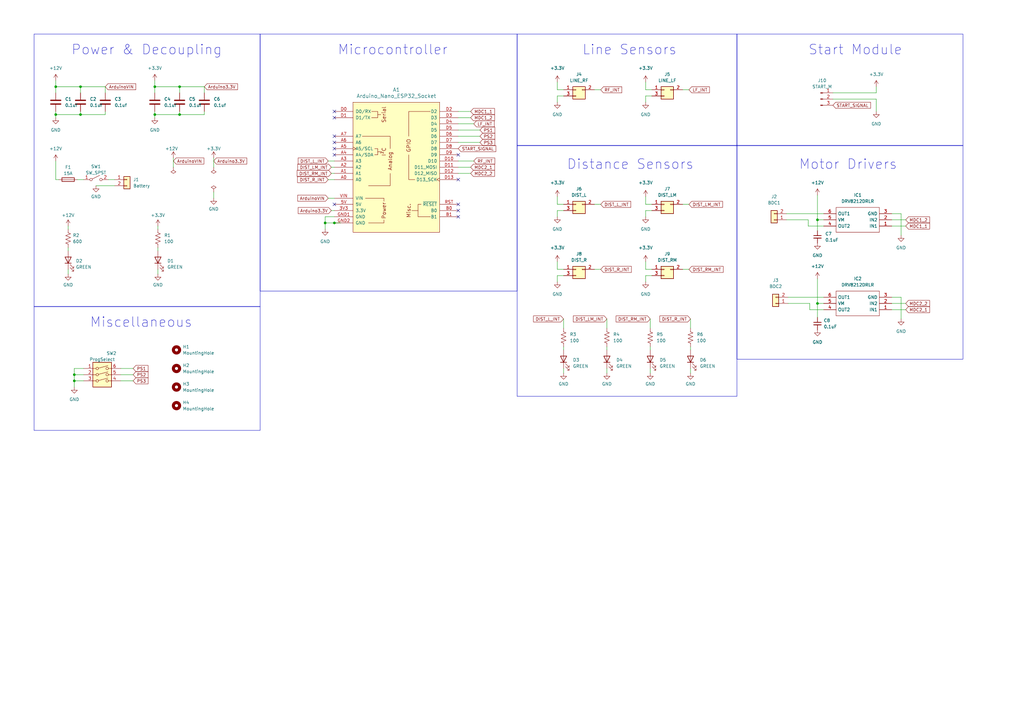
<source format=kicad_sch>
(kicad_sch (version 20230121) (generator eeschema)
  (paper "A3")
  (lib_symbols
    (symbol "Conn_02x02_Odd_Even_1" (pin_names (offset 1.016) hide)
      (property "Reference" "J7" (at 1.27 6.35 0))
      (property "Value" "Conn_02x02_Odd_Even_1" (at 1.27 3.81 0))
      (symbol "Conn_02x02_Odd_Even_1_1_1"
        (rectangle (start -1.27 -2.413) (end 0 -2.667) (stroke (width 0.1524)))
        (rectangle (start -1.27 0.127) (end 0 -0.127) (stroke (width 0.1524)))
        (rectangle (start -1.27 1.27) (end 3.81 -3.81) (stroke (width 0.254)) (fill (type background)))
        (rectangle (start 3.81 0.127) (end 2.54 -0.127) (stroke (width 0.1524)))
        (pin passive line (at -5.08 0 0) (length 3.81) (name "Pin_1") (number "1"))
        (pin passive line (at 7.62 0 180) (length 3.81) (name "Pin_2") (number "2"))
        (pin passive line (at -5.08 -2.54 0) (length 3.81) (name "Pin_3") (number "3"))
      )
    )
    (symbol "Conn_02x02_Odd_Even_2" (pin_names (offset 1.016) hide)
      (property "Reference" "J8" (at 1.27 6.35 0))
      (property "Value" "Conn_02x02_Odd_Even_2" (at 1.27 3.81 0))
      (symbol "Conn_02x02_Odd_Even_2_1_1"
        (rectangle (start -1.27 -2.413) (end 0 -2.667) (stroke (width 0.1524)))
        (rectangle (start -1.27 0.127) (end 0 -0.127) (stroke (width 0.1524)))
        (rectangle (start -1.27 1.27) (end 3.81 -3.81) (stroke (width 0.254)) (fill (type background)))
        (rectangle (start 3.81 0.127) (end 2.54 -0.127) (stroke (width 0.1524)))
        (pin passive line (at -5.08 0 0) (length 3.81) (name "Pin_1") (number "1"))
        (pin passive line (at 7.62 0 180) (length 3.81) (name "Pin_2") (number "2"))
        (pin passive line (at -5.08 -2.54 0) (length 3.81) (name "Pin_3") (number "3"))
      )
    )
    (symbol "Connector:Conn_01x03_Pin" (pin_names (offset 1.016) hide)
      (property "Reference" "J" (at 0 5.08 0))
      (property "Value" "Conn_01x03_Pin" (at 0 -5.08 0))
      (symbol "Conn_01x03_Pin_1_1"
        (polyline (pts (xy 1.27 -2.54) (xy 0.8636 -2.54)) (stroke (width 0.1524)))
        (polyline (pts (xy 1.27 0) (xy 0.8636 0)) (stroke (width 0.1524)))
        (polyline (pts (xy 1.27 2.54) (xy 0.8636 2.54)) (stroke (width 0.1524)))
        (rectangle (start 0.8636 -2.413) (end 0 -2.667) (stroke (width 0.1524)) (fill (type outline)))
        (rectangle (start 0.8636 0.127) (end 0 -0.127) (stroke (width 0.1524)) (fill (type outline)))
        (rectangle (start 0.8636 2.667) (end 0 2.413) (stroke (width 0.1524)) (fill (type outline)))
        (pin passive line (at 5.08 2.54 180) (length 3.81) (name "Pin_1") (number "1"))
        (pin passive line (at 5.08 0 180) (length 3.81) (name "Pin_2") (number "2"))
        (pin passive line (at 5.08 -2.54 180) (length 3.81) (name "Pin_3") (number "3"))
      )
    )
    (symbol "Connector_Generic:Conn_01x02" (pin_names (offset 1.016) hide)
      (property "Reference" "J" (at 0 2.54 0))
      (property "Value" "Conn_01x02" (at 0 -5.08 0))
      (symbol "Conn_01x02_1_1"
        (rectangle (start -1.27 -2.413) (end 0 -2.667) (stroke (width 0.1524)))
        (rectangle (start -1.27 0.127) (end 0 -0.127) (stroke (width 0.1524)))
        (rectangle (start -1.27 1.27) (end 1.27 -3.81) (stroke (width 0.254)) (fill (type background)))
        (pin passive line (at -5.08 0 0) (length 3.81) (name "Pin_1") (number "1"))
        (pin passive line (at -5.08 -2.54 0) (length 3.81) (name "Pin_2") (number "2"))
      )
    )
    (symbol "DRV8212DRLR:DRV8212DRLR" (pin_names (offset 0.762))
      (property "Reference" "IC" (at 24.13 7.62 0))
      (property "Value" "DRV8212DRLR" (at 24.13 5.08 0))
      (symbol "DRV8212DRLR_0_0"
        (pin passive line (at 0 0 0) (length 5.08) (name "IN1") (number "1"))
        (pin passive line (at 0 -2.54 0) (length 5.08) (name "IN2") (number "2"))
        (pin passive line (at 0 -5.08 0) (length 5.08) (name "GND") (number "3"))
        (pin passive line (at 27.94 0 180) (length 5.08) (name "OUT2") (number "4"))
        (pin passive line (at 27.94 -2.54 180) (length 5.08) (name "VM") (number "5"))
        (pin passive line (at 27.94 -5.08 180) (length 5.08) (name "OUT1") (number "6"))
      )
      (symbol "DRV8212DRLR_0_1"
        (polyline (pts (xy 5.08 2.54) (xy 22.86 2.54) (xy 22.86 -7.62) (xy 5.08 -7.62) (xy 5.08 2.54)) (stroke (width 0.1524)))
      )
    )
    (symbol "Device:C" (pin_numbers hide) (pin_names (offset 0.254))
      (property "Reference" "C" (at 0.635 2.54 0))
      (property "Value" "C" (at 0.635 -2.54 0))
      (symbol "C_0_1"
        (polyline (pts (xy -2.032 -0.762) (xy 2.032 -0.762)) (stroke (width 0.508)))
        (polyline (pts (xy -2.032 0.762) (xy 2.032 0.762)) (stroke (width 0.508)))
      )
      (symbol "C_1_1"
        (pin passive line (at 0 3.81 270) (length 2.794) (name "~") (number "1"))
        (pin passive line (at 0 -3.81 90) (length 2.794) (name "~") (number "2"))
      )
    )
    (symbol "Device:C_Small" (pin_numbers hide) (pin_names (offset 0.254) hide)
      (property "Reference" "C" (at 0.254 1.778 0))
      (property "Value" "C_Small" (at 0.254 -2.032 0))
      (symbol "C_Small_0_1"
        (polyline (pts (xy -1.524 -0.508) (xy 1.524 -0.508)) (stroke (width 0.3302)))
        (polyline (pts (xy -1.524 0.508) (xy 1.524 0.508)) (stroke (width 0.3048)))
      )
      (symbol "C_Small_1_1"
        (pin passive line (at 0 2.54 270) (length 2.032) (name "~") (number "1"))
        (pin passive line (at 0 -2.54 90) (length 2.032) (name "~") (number "2"))
      )
    )
    (symbol "Device:Fuse" (pin_numbers hide) (pin_names (offset 0))
      (property "Reference" "F" (at 2.032 0 90))
      (property "Value" "Fuse" (at -1.905 0 90))
      (symbol "Fuse_0_1"
        (rectangle (start -0.762 -2.54) (end 0.762 2.54) (stroke (width 0.254)))
        (polyline (pts (xy 0 2.54) (xy 0 -2.54)))
      )
      (symbol "Fuse_1_1"
        (pin passive line (at 0 3.81 270) (length 1.27) (name "~") (number "1"))
        (pin passive line (at 0 -3.81 90) (length 1.27) (name "~") (number "2"))
      )
    )
    (symbol "Device:LED" (pin_numbers hide) (pin_names (offset 1.016) hide)
      (property "Reference" "D" (at 0 2.54 0))
      (property "Value" "LED" (at 0 -2.54 0))
      (symbol "LED_0_1"
        (polyline (pts (xy -1.27 -1.27) (xy -1.27 1.27)) (stroke (width 0.254)))
        (polyline (pts (xy -1.27 0) (xy 1.27 0)))
        (polyline (pts (xy 1.27 -1.27) (xy 1.27 1.27) (xy -1.27 0) (xy 1.27 -1.27)) (stroke (width 0.254)))
        (polyline (pts (xy -3.048 -0.762) (xy -4.572 -2.286) (xy -3.81 -2.286) (xy -4.572 -2.286) (xy -4.572 -1.524)))
        (polyline (pts (xy -1.778 -0.762) (xy -3.302 -2.286) (xy -2.54 -2.286) (xy -3.302 -2.286) (xy -3.302 -1.524)))
      )
      (symbol "LED_1_1"
        (pin passive line (at -3.81 0 0) (length 2.54) (name "K") (number "1"))
        (pin passive line (at 3.81 0 180) (length 2.54) (name "A") (number "2"))
      )
    )
    (symbol "Device:R_US" (pin_numbers hide) (pin_names (offset 0))
      (property "Reference" "R" (at 2.54 0 90))
      (property "Value" "R_US" (at -2.54 0 90))
      (symbol "R_US_0_1"
        (polyline (pts (xy 0 -2.286) (xy 0 -2.54)))
        (polyline (pts (xy 0 2.286) (xy 0 2.54)))
        (polyline (pts (xy 0 -0.762) (xy 1.016 -1.143) (xy 0 -1.524) (xy -1.016 -1.905) (xy 0 -2.286)))
        (polyline (pts (xy 0 0.762) (xy 1.016 0.381) (xy 0 0) (xy -1.016 -0.381) (xy 0 -0.762)))
        (polyline (pts (xy 0 2.286) (xy 1.016 1.905) (xy 0 1.524) (xy -1.016 1.143) (xy 0 0.762)))
      )
      (symbol "R_US_1_1"
        (pin passive line (at 0 3.81 270) (length 1.27) (name "~") (number "1"))
        (pin passive line (at 0 -3.81 90) (length 1.27) (name "~") (number "2"))
      )
    )
    (symbol "Mechanical:MountingHole" (pin_names (offset 1.016))
      (property "Reference" "H" (at 0 5.08 0))
      (property "Value" "MountingHole" (at 0 3.175 0))
      (symbol "MountingHole_0_1"
        (circle (center 0 0) (radius 1.27) (stroke (width 1.27)))
      )
    )
    (symbol "PCM_arduino-library:Arduino_Nano_ESP32_Socket" (pin_names (offset 1.016))
      (property "Reference" "A" (at 0 33.02 0))
      (property "Value" "Arduino_Nano_ESP32_Socket" (at 0 29.21 0))
      (symbol "Arduino_Nano_ESP32_Socket_0_0"
        (rectangle (start -17.78 26.67) (end 17.78 -26.67) (fill (type background)))
        (polyline (pts (xy -7.62 6.35) (xy -6.35 6.35)))
        (polyline (pts (xy -7.62 21.59) (xy -6.35 21.59)))
        (polyline (pts (xy 8.89 -17.78) (xy 6.35 -17.78)))
        (polyline (pts (xy -11.43 -22.86) (xy -5.08 -22.86) (xy -5.08 -21.59)))
        (polyline (pts (xy -5.08 -13.97) (xy -5.08 -12.7) (xy -12.7 -12.7)))
        (polyline (pts (xy -10.16 22.86) (xy -7.62 22.86) (xy -7.62 20.32) (xy -10.16 20.32)))
        (polyline (pts (xy -8.89 7.62) (xy -7.62 7.62) (xy -7.62 5.08) (xy -8.89 5.08)))
        (text "Analog" (at -2.54 2.54 900) (effects (font (size 1.524 1.524))))
        (text "I²C" (at -5.08 6.35 900) (effects (font (size 1.524 1.524))))
        (text "Misc." (at 5.08 -17.78 900) (effects (font (size 1.524 1.524))))
        (text "Power" (at -5.08 -17.78 900) (effects (font (size 1.524 1.524))))
        (text "Serial" (at -5.08 21.59 900) (effects (font (size 1.524 1.524))))
      )
      (symbol "Arduino_Nano_ESP32_Socket_0_1"
        (polyline (pts (xy -13.97 12.7) (xy -2.54 12.7) (xy -2.54 7.62)))
        (polyline (pts (xy -11.43 -7.62) (xy -2.54 -7.62) (xy -2.54 -2.54)))
        (polyline (pts (xy 7.62 -5.08) (xy 5.08 -5.08) (xy 5.08 5.08)))
        (polyline (pts (xy 13.97 22.86) (xy 5.08 22.86) (xy 5.08 12.7)))
        (polyline (pts (xy 10.16 -15.24) (xy 8.89 -15.24) (xy 8.89 -20.32) (xy 13.97 -20.32)))
      )
      (symbol "Arduino_Nano_ESP32_Socket_1_0"
        (text "GPIO" (at 5.08 8.89 900) (effects (font (size 1.524 1.524))))
      )
      (symbol "Arduino_Nano_ESP32_Socket_1_1"
        (pin power_out line (at -25.4 -17.78 0) (length 7.62) (name "3.3V") (number "3V3"))
        (pin power_in line (at -25.4 -15.24 0) (length 7.62) (name "5V") (number "5V"))
        (pin bidirectional line (at -25.4 -5.08 0) (length 7.62) (name "A0") (number "A0"))
        (pin bidirectional line (at -25.4 -2.54 0) (length 7.62) (name "A1") (number "A1"))
        (pin bidirectional line (at -25.4 0 0) (length 7.62) (name "A2") (number "A2"))
        (pin bidirectional line (at -25.4 2.54 0) (length 7.62) (name "A3") (number "A3"))
        (pin bidirectional line (at -25.4 5.08 0) (length 7.62) (name "A4/SDA") (number "A4"))
        (pin bidirectional clock (at -25.4 7.62 0) (length 7.62) (name "A5/SCL") (number "A5"))
        (pin input line (at -25.4 10.16 0) (length 7.62) (name "A6") (number "A6"))
        (pin input line (at -25.4 12.7 0) (length 7.62) (name "A7") (number "A7"))
        (pin bidirectional line (at 25.4 -17.78 180) (length 7.62) (name "B0") (number "B0"))
        (pin bidirectional line (at 25.4 -20.32 180) (length 7.62) (name "B1") (number "B1"))
        (pin bidirectional line (at -25.4 22.86 0) (length 7.62) (name "D0/RX") (number "D0"))
        (pin bidirectional line (at -25.4 20.32 0) (length 7.62) (name "D1/TX") (number "D1"))
        (pin bidirectional line (at 25.4 2.54 180) (length 7.62) (name "D10") (number "D10"))
        (pin bidirectional line (at 25.4 0 180) (length 7.62) (name "D11_MOSI") (number "D11"))
        (pin bidirectional line (at 25.4 -2.54 180) (length 7.62) (name "D12_MISO") (number "D12"))
        (pin bidirectional clock (at 25.4 -5.08 180) (length 7.62) (name "D13_SCK") (number "D13"))
        (pin bidirectional line (at 25.4 22.86 180) (length 7.62) (name "D2") (number "D2"))
        (pin bidirectional line (at 25.4 20.32 180) (length 7.62) (name "D3") (number "D3"))
        (pin bidirectional line (at 25.4 17.78 180) (length 7.62) (name "D4") (number "D4"))
        (pin bidirectional line (at 25.4 15.24 180) (length 7.62) (name "D5") (number "D5"))
        (pin bidirectional line (at 25.4 12.7 180) (length 7.62) (name "D6") (number "D6"))
        (pin bidirectional line (at 25.4 10.16 180) (length 7.62) (name "D7") (number "D7"))
        (pin bidirectional line (at 25.4 7.62 180) (length 7.62) (name "D8") (number "D8"))
        (pin bidirectional line (at 25.4 5.08 180) (length 7.62) (name "D9") (number "D9"))
        (pin power_in line (at -25.4 -20.32 0) (length 7.62) (name "GND") (number "GND1"))
        (pin power_in line (at -25.4 -22.86 0) (length 7.62) (name "GND") (number "GND2"))
        (pin open_collector line (at 25.4 -15.24 180) (length 7.62) (name "~{RESET}") (number "RST"))
        (pin power_in line (at -25.4 -12.7 0) (length 7.62) (name "VIN") (number "VIN"))
      )
    )
    (symbol "Switch:SW_DIP_x03" (pin_names (offset 0) hide)
      (property "Reference" "SW" (at 0 8.89 0))
      (property "Value" "SW_DIP_x03" (at 0 -3.81 0))
      (symbol "SW_DIP_x03_0_0"
        (circle (center -2.032 0) (radius 0.508))
        (circle (center -2.032 2.54) (radius 0.508))
        (circle (center -2.032 5.08) (radius 0.508))
        (polyline (pts (xy -1.524 0.127) (xy 2.3622 1.1684)))
        (polyline (pts (xy -1.524 2.667) (xy 2.3622 3.7084)))
        (polyline (pts (xy -1.524 5.207) (xy 2.3622 6.2484)))
        (circle (center 2.032 0) (radius 0.508))
        (circle (center 2.032 2.54) (radius 0.508))
        (circle (center 2.032 5.08) (radius 0.508))
      )
      (symbol "SW_DIP_x03_0_1"
        (rectangle (start -3.81 7.62) (end 3.81 -2.54) (stroke (width 0.254)) (fill (type background)))
      )
      (symbol "SW_DIP_x03_1_1"
        (pin passive line (at -7.62 5.08 0) (length 5.08) (name "~") (number "1"))
        (pin passive line (at -7.62 2.54 0) (length 5.08) (name "~") (number "2"))
        (pin passive line (at -7.62 0 0) (length 5.08) (name "~") (number "3"))
        (pin passive line (at 7.62 0 180) (length 5.08) (name "~") (number "4"))
        (pin passive line (at 7.62 2.54 180) (length 5.08) (name "~") (number "5"))
        (pin passive line (at 7.62 5.08 180) (length 5.08) (name "~") (number "6"))
      )
    )
    (symbol "Switch:SW_SPST" (pin_names (offset 0) hide)
      (property "Reference" "SW" (at 0 3.175 0))
      (property "Value" "SW_SPST" (at 0 -2.54 0))
      (symbol "SW_SPST_0_0"
        (circle (center -2.032 0) (radius 0.508))
        (polyline (pts (xy -1.524 0.254) (xy 1.524 1.778)))
        (circle (center 2.032 0) (radius 0.508))
      )
      (symbol "SW_SPST_1_1"
        (pin passive line (at -5.08 0 0) (length 2.54) (name "A") (number "1"))
        (pin passive line (at 5.08 0 180) (length 2.54) (name "B") (number "2"))
      )
    )
    (symbol "power:+12V" (power) (pin_names (offset 0))
      (property "Value" "+12V" (at 0 3.556 0))
      (symbol "+12V_0_1"
        (polyline (pts (xy -0.762 1.27) (xy 0 2.54)))
        (polyline (pts (xy 0 0) (xy 0 2.54)))
        (polyline (pts (xy 0 2.54) (xy 0.762 1.27)))
      )
      (symbol "+12V_1_1"
        (pin power_in line (at 0 0 90) (length 0) hide (name "+12V") (number "1"))
      )
    )
    (symbol "power:+3.3V" (power) (pin_names (offset 0))
      (property "Value" "+3.3V" (at 0 3.556 0))
      (symbol "+3.3V_0_1"
        (polyline (pts (xy -0.762 1.27) (xy 0 2.54)))
        (polyline (pts (xy 0 0) (xy 0 2.54)))
        (polyline (pts (xy 0 2.54) (xy 0.762 1.27)))
      )
      (symbol "+3.3V_1_1"
        (pin power_in line (at 0 0 90) (length 0) hide (name "+3.3V") (number "1"))
      )
    )
    (symbol "power:GND" (power) (pin_names (offset 0))
      (property "Value" "GND" (at 0 -3.81 0))
      (symbol "GND_0_1"
        (polyline (pts (xy 0 0) (xy 0 -1.27) (xy 1.27 -1.27) (xy 0 -2.54) (xy -1.27 -1.27) (xy 0 -1.27)))
      )
      (symbol "GND_1_1"
        (pin power_in line (at 0 0 270) (length 0) hide (name "GND") (number "1"))
      )
    )
    (symbol "power:PWR_FLAG" (power) (pin_numbers hide) (pin_names (offset 0) hide)
      (property "Value" "PWR_FLAG" (at 0 3.81 0))
      (symbol "PWR_FLAG_0_0"
        (pin power_out line (at 0 0 90) (length 0) (name "pwr") (number "1"))
      )
      (symbol "PWR_FLAG_0_1"
        (polyline (pts (xy 0 0) (xy 0 1.27) (xy -1.016 1.905) (xy 0 2.54) (xy 1.016 1.905) (xy 0 1.27)))
      )
    )
  )
  (junction (at 335.28 90.17))
  (junction (at 133.35 91.44))
  (junction (at 73.66 46.99))
  (junction (at 63.5 35.56))
  (junction (at 22.86 35.56))
  (junction (at 33.02 46.99))
  (junction (at 30.48 153.67))
  (junction (at 33.02 35.56))
  (junction (at 335.28 124.46))
  (junction (at 73.66 35.56))
  (junction (at 30.48 156.21))
  (junction (at 137.16 91.44))
  (junction (at 22.86 46.99))
  (junction (at 63.5 46.99))
  (no_connect (at 137.16 63.5))
  (no_connect (at 187.96 88.9))
  (no_connect (at 137.16 58.42))
  (no_connect (at 137.16 45.72))
  (no_connect (at 187.96 63.5))
  (no_connect (at 137.16 83.82))
  (no_connect (at 187.96 83.82))
  (no_connect (at 137.16 48.26))
  (no_connect (at 137.16 55.88))
  (no_connect (at 187.96 86.36))
  (no_connect (at 137.16 60.96))
  (no_connect (at 187.96 73.66))
  (wire (pts (xy 231.14 39.37) (xy 228.6 39.37)))
  (wire (pts (xy 22.86 46.99) (xy 22.86 48.26)))
  (wire (pts (xy 43.18 45.72) (xy 43.18 46.99)))
  (wire (pts (xy 323.215 121.92) (xy 337.82 121.92)))
  (wire (pts (xy 71.12 64.77) (xy 71.12 68.58)))
  (wire (pts (xy 369.57 87.63) (xy 365.76 87.63)))
  (wire (pts (xy 228.6 110.49) (xy 228.6 107.315)))
  (wire (pts (xy 133.35 91.44) (xy 137.16 91.44)))
  (wire (pts (xy 228.6 86.36) (xy 228.6 88.9)))
  (wire (pts (xy 63.5 35.56) (xy 73.66 35.56)))
  (wire (pts (xy 49.53 151.13) (xy 54.61 151.13)))
  (wire (pts (xy 264.795 113.03) (xy 264.795 115.57)))
  (wire (pts (xy 22.86 38.1) (xy 22.86 35.56)))
  (wire (pts (xy 43.18 35.56) (xy 43.18 38.1)))
  (wire (pts (xy 22.86 45.72) (xy 22.86 46.99)))
  (wire (pts (xy 331.47 90.17) (xy 331.47 92.71)))
  (wire (pts (xy 331.47 92.71) (xy 337.82 92.71)))
  (wire (pts (xy 46.99 76.2) (xy 39.37 76.2)))
  (wire (pts (xy 133.35 91.44) (xy 133.35 93.98)))
  (wire (pts (xy 73.66 45.72) (xy 73.66 46.99)))
  (wire (pts (xy 248.92 130.81) (xy 248.92 134.62)))
  (wire (pts (xy 228.6 113.03) (xy 228.6 115.57)))
  (wire (pts (xy 228.6 83.82) (xy 228.6 80.645)))
  (wire (pts (xy 22.86 35.56) (xy 33.02 35.56)))
  (wire (pts (xy 335.28 80.01) (xy 335.28 90.17)))
  (wire (pts (xy 27.94 110.49) (xy 27.94 112.395)))
  (wire (pts (xy 267.335 83.82) (xy 264.795 83.82)))
  (wire (pts (xy 228.6 36.83) (xy 228.6 33.655)))
  (wire (pts (xy 187.96 71.12) (xy 193.04 71.12)))
  (wire (pts (xy 135.89 71.12) (xy 137.16 71.12)))
  (wire (pts (xy 87.63 64.77) (xy 87.63 68.58)))
  (wire (pts (xy 267.335 110.49) (xy 264.795 110.49)))
  (wire (pts (xy 63.5 38.1) (xy 63.5 35.56)))
  (wire (pts (xy 137.16 81.28) (xy 134.62 81.28)))
  (wire (pts (xy 187.96 58.42) (xy 196.85 58.42)))
  (wire (pts (xy 30.48 151.13) (xy 30.48 153.67)))
  (wire (pts (xy 248.92 142.24) (xy 248.92 143.51)))
  (wire (pts (xy 365.76 121.92) (xy 369.57 121.92)))
  (wire (pts (xy 73.66 35.56) (xy 83.82 35.56)))
  (wire (pts (xy 335.28 114.3) (xy 335.28 124.46)))
  (wire (pts (xy 369.57 130.81) (xy 369.57 121.92)))
  (wire (pts (xy 30.48 156.21) (xy 30.48 158.75)))
  (wire (pts (xy 243.84 36.83) (xy 246.38 36.83)))
  (wire (pts (xy 231.14 151.13) (xy 231.14 153.035)))
  (wire (pts (xy 134.62 73.66) (xy 137.16 73.66)))
  (wire (pts (xy 63.5 46.99) (xy 73.66 46.99)))
  (wire (pts (xy 231.14 110.49) (xy 228.6 110.49)))
  (wire (pts (xy 63.5 33.02) (xy 63.5 35.56)))
  (wire (pts (xy 187.96 66.04) (xy 194.31 66.04)))
  (wire (pts (xy 135.89 86.36) (xy 137.16 86.36)))
  (wire (pts (xy 135.89 68.58) (xy 137.16 68.58)))
  (wire (pts (xy 264.795 107.315) (xy 264.795 110.49)))
  (wire (pts (xy 341.63 38.1) (xy 359.41 38.1)))
  (wire (pts (xy 24.13 73.66) (xy 22.86 73.66)))
  (wire (pts (xy 365.76 90.17) (xy 371.475 90.17)))
  (wire (pts (xy 267.335 39.37) (xy 264.795 39.37)))
  (wire (pts (xy 231.14 83.82) (xy 228.6 83.82)))
  (wire (pts (xy 64.77 110.49) (xy 64.77 112.395)))
  (wire (pts (xy 187.96 55.88) (xy 196.85 55.88)))
  (wire (pts (xy 341.63 40.64) (xy 359.41 40.64)))
  (wire (pts (xy 248.92 151.13) (xy 248.92 153.035)))
  (wire (pts (xy 332.105 124.46) (xy 323.215 124.46)))
  (wire (pts (xy 283.21 151.13) (xy 283.21 153.035)))
  (wire (pts (xy 187.96 45.72) (xy 193.04 45.72)))
  (wire (pts (xy 228.6 39.37) (xy 228.6 41.91)))
  (wire (pts (xy 27.94 92.71) (xy 27.94 93.98)))
  (wire (pts (xy 187.96 53.34) (xy 196.85 53.34)))
  (wire (pts (xy 187.96 48.26) (xy 193.04 48.26)))
  (wire (pts (xy 134.62 66.04) (xy 137.16 66.04)))
  (wire (pts (xy 63.5 46.99) (xy 63.5 48.26)))
  (wire (pts (xy 264.795 39.37) (xy 264.795 41.91)))
  (wire (pts (xy 335.28 124.46) (xy 335.28 130.175)))
  (wire (pts (xy 187.96 50.8) (xy 194.31 50.8)))
  (wire (pts (xy 365.76 127) (xy 371.475 127)))
  (wire (pts (xy 49.53 153.67) (xy 54.61 153.67)))
  (wire (pts (xy 22.86 66.04) (xy 22.86 73.66)))
  (wire (pts (xy 243.84 83.82) (xy 246.38 83.82)))
  (wire (pts (xy 264.795 80.645) (xy 264.795 83.82)))
  (wire (pts (xy 267.335 86.36) (xy 264.795 86.36)))
  (wire (pts (xy 73.66 35.56) (xy 73.66 38.1)))
  (wire (pts (xy 267.335 36.83) (xy 264.795 36.83)))
  (wire (pts (xy 266.7 142.24) (xy 266.7 143.51)))
  (wire (pts (xy 83.82 35.56) (xy 83.82 38.1)))
  (wire (pts (xy 187.96 68.58) (xy 193.04 68.58)))
  (wire (pts (xy 231.14 36.83) (xy 228.6 36.83)))
  (wire (pts (xy 337.82 127) (xy 332.105 127)))
  (wire (pts (xy 63.5 45.72) (xy 63.5 46.99)))
  (wire (pts (xy 264.795 86.36) (xy 264.795 88.9)))
  (wire (pts (xy 332.105 127) (xy 332.105 124.46)))
  (wire (pts (xy 231.14 86.36) (xy 228.6 86.36)))
  (wire (pts (xy 27.94 101.6) (xy 27.94 102.87)))
  (wire (pts (xy 266.7 130.81) (xy 266.7 134.62)))
  (wire (pts (xy 280.035 110.49) (xy 282.575 110.49)))
  (wire (pts (xy 280.035 83.82) (xy 282.575 83.82)))
  (wire (pts (xy 44.45 73.66) (xy 46.99 73.66)))
  (wire (pts (xy 30.48 153.67) (xy 34.29 153.67)))
  (wire (pts (xy 231.14 113.03) (xy 228.6 113.03)))
  (wire (pts (xy 322.58 87.63) (xy 337.82 87.63)))
  (wire (pts (xy 33.02 45.72) (xy 33.02 46.99)))
  (wire (pts (xy 30.48 156.21) (xy 34.29 156.21)))
  (wire (pts (xy 365.76 124.46) (xy 371.475 124.46)))
  (wire (pts (xy 31.75 73.66) (xy 34.29 73.66)))
  (wire (pts (xy 322.58 90.17) (xy 331.47 90.17)))
  (wire (pts (xy 280.035 36.83) (xy 282.575 36.83)))
  (wire (pts (xy 73.66 46.99) (xy 83.82 46.99)))
  (wire (pts (xy 267.335 113.03) (xy 264.795 113.03)))
  (wire (pts (xy 139.7 91.44) (xy 137.16 91.44)))
  (wire (pts (xy 283.21 130.81) (xy 283.21 134.62)))
  (wire (pts (xy 335.28 90.17) (xy 335.28 94.615)))
  (wire (pts (xy 137.16 88.9) (xy 133.35 88.9)))
  (wire (pts (xy 264.795 33.655) (xy 264.795 36.83)))
  (wire (pts (xy 231.14 142.24) (xy 231.14 143.51)))
  (wire (pts (xy 64.77 92.71) (xy 64.77 93.98)))
  (wire (pts (xy 369.57 87.63) (xy 369.57 96.52)))
  (wire (pts (xy 83.82 45.72) (xy 83.82 46.99)))
  (wire (pts (xy 33.02 46.99) (xy 43.18 46.99)))
  (wire (pts (xy 87.63 78.74) (xy 87.63 81.28)))
  (wire (pts (xy 22.86 33.02) (xy 22.86 35.56)))
  (wire (pts (xy 30.48 153.67) (xy 30.48 156.21)))
  (wire (pts (xy 22.86 46.99) (xy 33.02 46.99)))
  (wire (pts (xy 337.82 124.46) (xy 335.28 124.46)))
  (wire (pts (xy 33.02 35.56) (xy 43.18 35.56)))
  (wire (pts (xy 133.35 88.9) (xy 133.35 91.44)))
  (wire (pts (xy 49.53 156.21) (xy 54.61 156.21)))
  (wire (pts (xy 231.14 130.81) (xy 231.14 134.62)))
  (wire (pts (xy 359.41 40.64) (xy 359.41 45.72)))
  (wire (pts (xy 335.28 90.17) (xy 337.82 90.17)))
  (wire (pts (xy 359.41 38.1) (xy 359.41 35.56)))
  (wire (pts (xy 243.84 110.49) (xy 246.38 110.49)))
  (wire (pts (xy 33.02 35.56) (xy 33.02 38.1)))
  (wire (pts (xy 266.7 151.13) (xy 266.7 153.035)))
  (wire (pts (xy 34.29 151.13) (xy 30.48 151.13)))
  (wire (pts (xy 365.76 92.71) (xy 371.475 92.71)))
  (wire (pts (xy 64.77 101.6) (xy 64.77 102.87)))
  (wire (pts (xy 283.21 142.24) (xy 283.21 143.51)))
  (rectangle (start 302.26 59.69) (end 394.97 147.32))
  (rectangle (start 302.26 13.97) (end 394.97 59.69))
  (rectangle (start 212.09 13.97) (end 302.26 59.69))
  (rectangle (start 212.09 59.69) (end 302.26 162.56))
  (rectangle (start 13.97 125.73) (end 106.68 176.53))
  (rectangle (start 13.97 13.97) (end 106.68 125.73))
  (rectangle (start 106.68 13.97) (end 212.09 119.38))
  (text "Microcontroller" (at 138.43 22.86 0) (effects (font (size 4 4)) (justify left bottom)))
  (text "Line Sensors" (at 238.76 22.86 0) (effects (font (size 4 4)) (justify left bottom)))
  (text "Distance Sensors\n" (at 232.41 69.85 0) (effects (font (size 4 4)) (justify left bottom)))
  (text "Motor Drivers" (at 327.66 69.85 0) (effects (font (size 4 4)) (justify left bottom)))
  (text "Start Module" (at 331.47 22.86 0) (effects (font (size 4 4)) (justify left bottom)))
  (text "Miscellaneous" (at 36.83 134.62 0) (effects (font (size 4 4)) (justify left bottom)))
  (text "Power & Decoupling\n" (at 29.21 22.86 0) (effects (font (size 4 4)) (justify left bottom)))
  (global_label "PS2" (shape input) (at 196.85 55.88 0) (property "Intersheetrefs" "${INTERSHEET_REFS}" (effects hide)))
  (global_label "PS1" (shape input) (at 54.61 151.13 0) (property "Intersheetrefs" "${INTERSHEET_REFS}" (effects hide)))
  (global_label "DIST_LM_INT" (shape input) (at 248.92 130.81 180) (property "Intersheetrefs" "${INTERSHEET_REFS}" (effects hide)))
  (global_label "ArduinoVIN" (shape input) (at 134.62 81.28 180) (property "Intersheetrefs" "${INTERSHEET_REFS}" (effects hide)))
  (global_label "PS2" (shape input) (at 54.61 153.67 0) (property "Intersheetrefs" "${INTERSHEET_REFS}" (effects hide)))
  (global_label "Arduino3.3V" (shape input) (at 135.89 86.36 180) (property "Intersheetrefs" "${INTERSHEET_REFS}" (effects hide)))
  (global_label "START_SIGNAL" (shape input) (at 187.96 60.96 0) (property "Intersheetrefs" "${INTERSHEET_REFS}" (effects hide)))
  (global_label "PS3" (shape input) (at 196.85 58.42 0) (property "Intersheetrefs" "${INTERSHEET_REFS}" (effects hide)))
  (global_label "ArduinoVIN" (shape input) (at 71.12 66.04 0) (property "Intersheetrefs" "${INTERSHEET_REFS}" (effects hide)))
  (global_label "Arduino3.3V" (shape input) (at 83.82 35.56 0) (property "Intersheetrefs" "${INTERSHEET_REFS}" (effects hide)))
  (global_label "MDC1_2" (shape input) (at 371.475 90.17 0) (property "Intersheetrefs" "${INTERSHEET_REFS}" (effects hide)))
  (global_label "DIST_R_INT" (shape input) (at 134.62 73.66 180) (property "Intersheetrefs" "${INTERSHEET_REFS}" (effects hide)))
  (global_label "DIST_L_INT" (shape input) (at 134.62 66.04 180) (property "Intersheetrefs" "${INTERSHEET_REFS}" (effects hide)))
  (global_label "DIST_RM_INT" (shape input) (at 266.7 130.81 180) (property "Intersheetrefs" "${INTERSHEET_REFS}" (effects hide)))
  (global_label "DIST_LM_INT" (shape input) (at 135.89 68.58 180) (property "Intersheetrefs" "${INTERSHEET_REFS}" (effects hide)))
  (global_label "MDC2_2" (shape input) (at 193.04 71.12 0) (property "Intersheetrefs" "${INTERSHEET_REFS}" (effects hide)))
  (global_label "ArduinoVIN" (shape input) (at 43.18 35.56 0) (property "Intersheetrefs" "${INTERSHEET_REFS}" (effects hide)))
  (global_label "LF_INT" (shape input) (at 282.575 36.83 0) (property "Intersheetrefs" "${INTERSHEET_REFS}" (effects hide)))
  (global_label "DIST_LM_INT" (shape input) (at 282.575 83.82 0) (property "Intersheetrefs" "${INTERSHEET_REFS}" (effects hide)))
  (global_label "DIST_RM_INT" (shape input) (at 282.575 110.49 0) (property "Intersheetrefs" "${INTERSHEET_REFS}" (effects hide)))
  (global_label "START_SIGNAL" (shape input) (at 341.63 43.18 0) (property "Intersheetrefs" "${INTERSHEET_REFS}" (effects hide)))
  (global_label "MDC2_1" (shape input) (at 193.04 68.58 0) (property "Intersheetrefs" "${INTERSHEET_REFS}" (effects hide)))
  (global_label "LF_INT" (shape input) (at 194.31 50.8 0) (property "Intersheetrefs" "${INTERSHEET_REFS}" (effects hide)))
  (global_label "DIST_RM_INT" (shape input) (at 135.89 71.12 180) (property "Intersheetrefs" "${INTERSHEET_REFS}" (effects hide)))
  (global_label "MDC2_2" (shape input) (at 371.475 124.46 0) (property "Intersheetrefs" "${INTERSHEET_REFS}" (effects hide)))
  (global_label "MDC1_1" (shape input) (at 193.04 45.72 0) (property "Intersheetrefs" "${INTERSHEET_REFS}" (effects hide)))
  (global_label "MDC1_2" (shape input) (at 193.04 48.26 0) (property "Intersheetrefs" "${INTERSHEET_REFS}" (effects hide)))
  (global_label "MDC2_1" (shape input) (at 371.475 127 0) (property "Intersheetrefs" "${INTERSHEET_REFS}" (effects hide)))
  (global_label "PS3" (shape input) (at 54.61 156.21 0) (property "Intersheetrefs" "${INTERSHEET_REFS}" (effects hide)))
  (global_label "DIST_L_INT" (shape input) (at 231.14 130.81 180) (property "Intersheetrefs" "${INTERSHEET_REFS}" (effects hide)))
  (global_label "RF_INT" (shape input) (at 194.31 66.04 0) (property "Intersheetrefs" "${INTERSHEET_REFS}" (effects hide)))
  (global_label "DIST_L_INT" (shape input) (at 246.38 83.82 0) (property "Intersheetrefs" "${INTERSHEET_REFS}" (effects hide)))
  (global_label "PS1" (shape input) (at 196.85 53.34 0) (property "Intersheetrefs" "${INTERSHEET_REFS}" (effects hide)))
  (global_label "Arduino3.3V" (shape input) (at 87.63 66.04 0) (property "Intersheetrefs" "${INTERSHEET_REFS}" (effects hide)))
  (global_label "RF_INT" (shape input) (at 246.38 36.83 0) (property "Intersheetrefs" "${INTERSHEET_REFS}" (effects hide)))
  (global_label "DIST_R_INT" (shape input) (at 283.21 130.81 180) (property "Intersheetrefs" "${INTERSHEET_REFS}" (effects hide)))
  (global_label "DIST_R_INT" (shape input) (at 246.38 110.49 0) (property "Intersheetrefs" "${INTERSHEET_REFS}" (effects hide)))
  (global_label "MDC1_1" (shape input) (at 371.475 92.71 0) (property "Intersheetrefs" "${INTERSHEET_REFS}" (effects hide)))
  (symbol (lib_id "power:GND") (at 228.6 41.91 0) (unit 1)
    (property "Reference" "#PWR018" (effects hide))
    (property "Value" "GND" (at 228.6 46.99 0))
  )
  (symbol (lib_id "power:+12V") (at 27.94 92.71 0) (unit 1)
    (property "Reference" "#PWR033" (effects hide))
    (property "Value" "+12V" (at 27.94 88.265 0))
  )
  (symbol (lib_id "power:+3.3V") (at 63.5 33.02 0) (unit 1)
    (property "Reference" "#PWR04" (effects hide))
    (property "Value" "+3.3V" (at 63.5 27.94 0))
  )
  (symbol (lib_id "power:+3.3V") (at 264.795 33.655 0) (unit 1)
    (property "Reference" "#PWR019" (effects hide))
    (property "Value" "+3.3V" (at 264.795 27.94 0))
  )
  (symbol (lib_id "Device:LED") (at 248.92 147.32 90) (unit 1)
    (property "Reference" "D4" (at 252.73 147.6374 90) (effects (justify right)))
    (property "Value" "GREEN" (at 252.73 150.1774 90) (effects (justify right)))
    (property "Footprint" "Capacitor_SMD:C_0603_1608Metric_Pad1.08x0.95mm_HandSolder" (effects hide))
  )
  (symbol (lib_id "Connector_Generic:Conn_01x02") (at 318.135 124.46 180) (unit 1)
    (property "Reference" "J3" (at 318.135 114.935 0))
    (property "Value" "BDC2" (at 318.135 117.475 0))
    (property "Footprint" "Connector_Phoenix_MSTB:PhoenixContact_MSTBA_2,5_2-G_1x02_P5.00mm_Horizontal" (effects hide))
  )
  (symbol (lib_id "Switch:SW_DIP_x03") (at 41.91 156.21 0) (unit 1)
    (property "Reference" "SW2" (at 45.72 144.8902 0))
    (property "Value" "ProgSelect" (at 41.91 147.4271 0))
    (property "Footprint" "Button_Switch_SMD:SW_DIP_SPSTx03_Slide_9.78x9.8mm_W8.61mm_P2.54mm" (effects hide))
  )
  (symbol (lib_id "power:GND") (at 266.7 153.035 0) (unit 1)
    (property "Reference" "#PWR038" (effects hide))
    (property "Value" "GND" (at 266.7 157.48 0))
  )
  (symbol (lib_id "power:+3.3V") (at 359.41 35.56 0) (unit 1)
    (property "Reference" "#PWR029" (effects hide))
    (property "Value" "+3.3V" (at 359.41 30.48 0))
  )
  (symbol (lib_id "power:GND") (at 369.57 130.81 0) (unit 1)
    (property "Reference" "#PWR016" (effects hide))
    (property "Value" "GND" (at 369.57 135.89 0))
  )
  (symbol (lib_id "power:GND") (at 22.86 48.26 0) (unit 1)
    (property "Reference" "#PWR02" (effects hide))
    (property "Value" "GND" (at 22.86 53.34 0))
  )
  (symbol (lib_id "Device:R_US") (at 266.7 138.43 0) (unit 1)
    (property "Reference" "R5" (at 269.24 137.1599 0) (effects (justify left)))
    (property "Value" "100" (at 269.24 139.6999 0) (effects (justify left)))
    (property "Footprint" "Diode_SMD:D_0805_2012Metric_Pad1.15x1.40mm_HandSolder" (effects hide))
  )
  (symbol (lib_id "Switch:SW_SPST") (at 39.37 73.66 0) (unit 1)
    (property "Reference" "SW1" (at 39.37 68.3092 0))
    (property "Value" "SW_SPST" (at 39.37 70.8461 0))
    (property "Footprint" "Button_Switch_THT:SW_DIP_SPSTx01_Slide_9.78x4.72mm_W7.62mm_P2.54mm" (effects hide))
  )
  (symbol (lib_name "Conn_02x02_Odd_Even_2") (lib_id "Connector_Generic:Conn_02x02_Odd_Even") (at 272.415 36.83 0) (unit 1)
    (property "Reference" "J5" (at 273.685 30.48 0))
    (property "Value" "LINE_LF" (at 273.685 33.02 0))
    (property "Footprint" "Connector_Phoenix_MSTB:PhoenixContact_MSTBA_2,5_3-G_1x03_P5.00mm_Horizontal" (effects hide))
  )
  (symbol (lib_id "Mechanical:MountingHole") (at 72.39 166.37 0) (unit 1)
    (property "Reference" "H4" (at 74.93 165.1 0) (effects (justify left)))
    (property "Value" "MountingHole" (at 74.93 167.64 0) (effects (justify left)))
    (property "Footprint" "MountingHole:MountingHole_2.2mm_M2_ISO7380" (effects hide))
  )
  (symbol (lib_id "Device:Fuse") (at 27.94 73.66 270) (mirror x) (unit 1)
    (property "Reference" "F1" (at 27.94 68.58 90))
    (property "Value" "15A" (at 27.94 71.12 90))
    (property "Footprint" "Fuse:Fuse_1206_3216Metric_Pad1.42x1.75mm_HandSolder" (effects hide))
  )
  (symbol (lib_id "Device:R_US") (at 27.94 97.79 0) (unit 1)
    (property "Reference" "R2" (at 29.845 96.5199 0) (effects (justify left)))
    (property "Value" "600" (at 29.845 99.0599 0) (effects (justify left)))
    (property "Footprint" "Diode_SMD:D_0805_2012Metric_Pad1.15x1.40mm_HandSolder" (effects hide))
  )
  (symbol (lib_id "Device:R_US") (at 283.21 138.43 0) (unit 1)
    (property "Reference" "R6" (at 285.75 137.1599 0) (effects (justify left)))
    (property "Value" "100" (at 285.75 139.6999 0) (effects (justify left)))
    (property "Footprint" "Diode_SMD:D_0805_2012Metric_Pad1.15x1.40mm_HandSolder" (effects hide))
  )
  (symbol (lib_id "Device:LED") (at 64.77 106.68 90) (unit 1)
    (property "Reference" "D1" (at 68.58 106.9974 90) (effects (justify right)))
    (property "Value" "GREEN" (at 68.58 109.5374 90) (effects (justify right)))
    (property "Footprint" "Capacitor_SMD:C_0603_1608Metric_Pad1.08x0.95mm_HandSolder" (effects hide))
  )
  (symbol (lib_id "power:GND") (at 335.28 135.255 0) (unit 1)
    (property "Reference" "#PWR014" (effects hide))
    (property "Value" "GND" (at 335.28 140.335 0))
  )
  (symbol (lib_id "Device:C") (at 63.5 41.91 0) (unit 1)
    (property "Reference" "C4" (at 67.31 40.64 0) (effects (justify left)))
    (property "Value" "0.1uf" (at 67.31 43.18 0) (effects (justify left)))
    (property "Footprint" "Capacitor_SMD:C_0805_2012Metric_Pad1.18x1.45mm_HandSolder" (effects hide))
  )
  (symbol (lib_id "power:GND") (at 133.35 93.98 0) (unit 1)
    (property "Reference" "#PWR01" (effects hide))
    (property "Value" "GND" (at 133.35 99.06 0))
  )
  (symbol (lib_id "DRV8212DRLR:DRV8212DRLR") (at 365.76 127 180) (unit 1)
    (property "Reference" "IC2" (at 351.79 114.3 0))
    (property "Value" "DRV8212DRLR" (at 351.79 116.84 0))
    (property "Footprint" "Package_TO_SOT_SMD:SOT-563" (effects hide))
    (property "Datasheet" "https://www.ti.com/lit/ds/symlink/drv8212.pdf?ts=1631761675954&ref_url=https%253A%252F%252Fwww.ti.com%252Fstore%252Fti%252Fen%252Fp%252Fproduct%252F%253Fp%253DDRV8212DRLR%2526keyMatch%253DDRV8212DRLR%2526tisearch%253Dsearch-everything%2526usecase%253DOPN" (effects hide))
    (property "Description" "Motor / Motion / Ignition Controllers & Drivers 12-V, 2-A Low voltage H-bridge motor driver" (effects hide))
    (property "Height" "0.6" (effects hide))
    (property "Manufacturer_Name" "Texas Instruments" (effects hide))
    (property "Manufacturer_Part_Number" "DRV8212DRLR" (effects hide))
    (property "Mouser Part Number" "595-DRV8212DRLR" (effects hide))
    (property "Mouser Price/Stock" "https://www.mouser.co.uk/ProductDetail/Texas-Instruments/DRV8212DRLR?qs=7D1LtPJG0i3wtDTC%2FUQdKg%3D%3D" (effects hide))
  )
  (symbol (lib_id "Device:C") (at 83.82 41.91 0) (unit 1)
    (property "Reference" "C6" (at 87.63 40.64 0) (effects (justify left)))
    (property "Value" "0.1uf" (at 87.63 43.18 0) (effects (justify left)))
    (property "Footprint" "Capacitor_SMD:C_0805_2012Metric_Pad1.18x1.45mm_HandSolder" (effects hide))
  )
  (symbol (lib_id "power:GND") (at 335.28 99.695 0) (unit 1)
    (property "Reference" "#PWR012" (effects hide))
    (property "Value" "GND" (at 335.28 104.775 0))
  )
  (symbol (lib_id "Mechanical:MountingHole") (at 72.39 158.75 0) (unit 1)
    (property "Reference" "H3" (at 74.93 157.48 0) (effects (justify left)))
    (property "Value" "MountingHole" (at 74.93 160.02 0) (effects (justify left)))
    (property "Footprint" "MountingHole:MountingHole_2.2mm_M2_ISO7380" (effects hide))
  )
  (symbol (lib_id "power:GND") (at 359.41 45.72 0) (unit 1)
    (property "Reference" "#PWR030" (effects hide))
    (property "Value" "GND" (at 359.41 50.8 0))
  )
  (symbol (lib_id "power:GND") (at 39.37 76.2 0) (unit 1)
    (property "Reference" "#PWR010" (effects hide))
    (property "Value" "GND" (at 39.37 80.645 0))
  )
  (symbol (lib_id "power:+12V") (at 335.28 80.01 0) (unit 1)
    (property "Reference" "#PWR011" (effects hide))
    (property "Value" "+12V" (at 335.28 74.93 0))
  )
  (symbol (lib_id "power:GND") (at 228.6 115.57 0) (unit 1)
    (property "Reference" "#PWR026" (effects hide))
    (property "Value" "GND" (at 228.6 120.65 0))
  )
  (symbol (lib_id "power:+3.3V") (at 264.795 80.645 0) (unit 1)
    (property "Reference" "#PWR023" (effects hide))
    (property "Value" "+3.3V" (at 264.795 74.93 0))
  )
  (symbol (lib_id "DRV8212DRLR:DRV8212DRLR") (at 365.76 92.71 180) (unit 1)
    (property "Reference" "IC1" (at 351.79 80.01 0))
    (property "Value" "DRV8212DRLR" (at 351.79 82.55 0))
    (property "Footprint" "Package_TO_SOT_SMD:SOT-563" (effects hide))
    (property "Datasheet" "https://www.ti.com/lit/ds/symlink/drv8212.pdf?ts=1631761675954&ref_url=https%253A%252F%252Fwww.ti.com%252Fstore%252Fti%252Fen%252Fp%252Fproduct%252F%253Fp%253DDRV8212DRLR%2526keyMatch%253DDRV8212DRLR%2526tisearch%253Dsearch-everything%2526usecase%253DOPN" (effects hide))
    (property "Description" "Motor / Motion / Ignition Controllers & Drivers 12-V, 2-A Low voltage H-bridge motor driver" (effects hide))
    (property "Height" "0.6" (effects hide))
    (property "Manufacturer_Name" "Texas Instruments" (effects hide))
    (property "Manufacturer_Part_Number" "DRV8212DRLR" (effects hide))
    (property "Mouser Part Number" "595-DRV8212DRLR" (effects hide))
    (property "Mouser Price/Stock" "https://www.mouser.co.uk/ProductDetail/Texas-Instruments/DRV8212DRLR?qs=7D1LtPJG0i3wtDTC%2FUQdKg%3D%3D" (effects hide))
  )
  (symbol (lib_id "power:GND") (at 64.77 112.395 0) (unit 1)
    (property "Reference" "#PWR032" (effects hide))
    (property "Value" "GND" (at 64.77 116.84 0))
  )
  (symbol (lib_id "Device:LED") (at 231.14 147.32 90) (unit 1)
    (property "Reference" "D3" (at 234.95 147.6374 90) (effects (justify right)))
    (property "Value" "GREEN" (at 234.95 150.1774 90) (effects (justify right)))
    (property "Footprint" "Capacitor_SMD:C_0603_1608Metric_Pad1.08x0.95mm_HandSolder" (effects hide))
  )
  (symbol (lib_id "power:PWR_FLAG") (at 87.63 78.74 0) (unit 1)
    (property "Reference" "#FLG01" (effects hide))
    (property "Value" "PWR_FLAG" (effects hide))
  )
  (symbol (lib_id "power:GND") (at 248.92 153.035 0) (unit 1)
    (property "Reference" "#PWR037" (effects hide))
    (property "Value" "GND" (at 248.92 157.48 0))
  )
  (symbol (lib_id "power:+3.3V") (at 264.795 107.315 0) (unit 1)
    (property "Reference" "#PWR027" (effects hide))
    (property "Value" "+3.3V" (at 264.795 101.6 0))
  )
  (symbol (lib_id "Device:R_US") (at 248.92 138.43 0) (unit 1)
    (property "Reference" "R4" (at 251.46 137.1599 0) (effects (justify left)))
    (property "Value" "100" (at 251.46 139.6999 0) (effects (justify left)))
    (property "Footprint" "Diode_SMD:D_0805_2012Metric_Pad1.15x1.40mm_HandSolder" (effects hide))
  )
  (symbol (lib_id "Mechanical:MountingHole") (at 72.39 143.51 0) (unit 1)
    (property "Reference" "H1" (at 74.93 142.24 0) (effects (justify left)))
    (property "Value" "MountingHole" (at 74.93 144.78 0) (effects (justify left)))
    (property "Footprint" "MountingHole:MountingHole_2.2mm_M2_ISO7380" (effects hide))
  )
  (symbol (lib_id "Device:R_US") (at 231.14 138.43 0) (unit 1)
    (property "Reference" "R3" (at 233.68 137.1599 0) (effects (justify left)))
    (property "Value" "100" (at 233.68 139.6999 0) (effects (justify left)))
    (property "Footprint" "Diode_SMD:D_0805_2012Metric_Pad1.15x1.40mm_HandSolder" (effects hide))
  )
  (symbol (lib_id "power:+3.3V") (at 228.6 107.315 0) (unit 1)
    (property "Reference" "#PWR025" (effects hide))
    (property "Value" "+3.3V" (at 228.6 101.6 0))
  )
  (symbol (lib_id "power:GND") (at 231.14 153.035 0) (unit 1)
    (property "Reference" "#PWR036" (effects hide))
    (property "Value" "GND" (at 231.14 157.48 0))
  )
  (symbol (lib_id "PCM_arduino-library:Arduino_Nano_ESP32_Socket") (at 162.56 68.58 0) (unit 1)
    (property "Reference" "A1" (at 162.56 36.83 0) (effects (font (size 1.524 1.524))))
    (property "Value" "Arduino_Nano_ESP32_Socket" (at 162.56 39.37 0) (effects (font (size 1.524 1.524))))
    (property "Footprint" "PCM_arduino-library:Arduino_Nano_ESP32_Socket" (effects hide))
    (property "Datasheet" "https://docs.arduino.cc/hardware/nano-esp32" (effects hide))
  )
  (symbol (lib_id "power:GND") (at 283.21 153.035 0) (unit 1)
    (property "Reference" "#PWR039" (effects hide))
    (property "Value" "GND" (at 283.21 157.48 0))
  )
  (symbol (lib_id "power:PWR_FLAG") (at 71.12 68.58 180) (unit 1)
    (property "Reference" "#FLG02" (effects hide))
    (property "Value" "PWR_FLAG" (effects hide))
  )
  (symbol (lib_id "power:GND") (at 63.5 48.26 0) (unit 1)
    (property "Reference" "#PWR05" (effects hide))
    (property "Value" "GND" (at 63.5 53.34 0))
  )
  (symbol (lib_id "power:GND") (at 27.94 112.395 0) (unit 1)
    (property "Reference" "#PWR034" (effects hide))
    (property "Value" "GND" (at 27.94 116.84 0))
  )
  (symbol (lib_id "power:+3.3V") (at 228.6 33.655 0) (unit 1)
    (property "Reference" "#PWR017" (effects hide))
    (property "Value" "+3.3V" (at 228.6 27.94 0))
  )
  (symbol (lib_id "Device:C_Small") (at 335.28 132.715 0) (unit 1)
    (property "Reference" "C8" (at 337.82 131.4512 0) (effects (justify left)))
    (property "Value" "0.1uF" (at 337.82 133.9912 0) (effects (justify left)))
    (property "Footprint" "Capacitor_SMD:C_0805_2012Metric_Pad1.18x1.45mm_HandSolder" (effects hide))
  )
  (symbol (lib_id "Device:C") (at 22.86 41.91 0) (unit 1)
    (property "Reference" "C1" (at 26.67 40.64 0) (effects (justify left)))
    (property "Value" "0.1uf" (at 26.67 43.18 0) (effects (justify left)))
    (property "Footprint" "Capacitor_SMD:C_0805_2012Metric_Pad1.18x1.45mm_HandSolder" (effects hide))
  )
  (symbol (lib_id "power:+3.3V") (at 87.63 64.77 0) (unit 1)
    (property "Reference" "#PWR08" (effects hide))
    (property "Value" "+3.3V" (at 87.63 60.96 0))
  )
  (symbol (lib_id "Device:C") (at 43.18 41.91 0) (unit 1)
    (property "Reference" "C3" (at 46.99 40.64 0) (effects (justify left)))
    (property "Value" "0.1uf" (at 46.99 43.18 0) (effects (justify left)))
    (property "Footprint" "Capacitor_SMD:C_0805_2012Metric_Pad1.18x1.45mm_HandSolder" (effects hide))
  )
  (symbol (lib_id "Device:LED") (at 27.94 106.68 90) (unit 1)
    (property "Reference" "D2" (at 31.115 106.9974 90) (effects (justify right)))
    (property "Value" "GREEN" (at 31.115 109.5374 90) (effects (justify right)))
    (property "Footprint" "Capacitor_SMD:C_0603_1608Metric_Pad1.08x0.95mm_HandSolder" (effects hide))
  )
  (symbol (lib_id "Device:C") (at 33.02 41.91 0) (unit 1)
    (property "Reference" "C2" (at 36.83 40.64 0) (effects (justify left)))
    (property "Value" "0.1uf" (at 36.83 43.18 0) (effects (justify left)))
    (property "Footprint" "Capacitor_SMD:C_0805_2012Metric_Pad1.18x1.45mm_HandSolder" (effects hide))
  )
  (symbol (lib_id "Mechanical:MountingHole") (at 72.39 151.13 0) (unit 1)
    (property "Reference" "H2" (at 74.93 149.86 0) (effects (justify left)))
    (property "Value" "MountingHole" (at 74.93 152.4 0) (effects (justify left)))
    (property "Footprint" "MountingHole:MountingHole_2.2mm_M2_ISO7380" (effects hide))
  )
  (symbol (lib_id "power:+12V") (at 335.28 114.3 0) (unit 1)
    (property "Reference" "#PWR013" (effects hide))
    (property "Value" "+12V" (at 335.28 109.22 0))
  )
  (symbol (lib_id "power:GND") (at 30.48 158.75 0) (unit 1)
    (property "Reference" "#PWR035" (effects hide))
    (property "Value" "GND" (at 30.48 163.83 0))
  )
  (symbol (lib_id "Device:C") (at 73.66 41.91 0) (unit 1)
    (property "Reference" "C5" (at 77.47 40.64 0) (effects (justify left)))
    (property "Value" "0.1uf" (at 77.47 43.18 0) (effects (justify left)))
    (property "Footprint" "Capacitor_SMD:C_0805_2012Metric_Pad1.18x1.45mm_HandSolder" (effects hide))
  )
  (symbol (lib_id "Device:R_US") (at 64.77 97.79 0) (unit 1)
    (property "Reference" "R1" (at 67.31 96.5199 0) (effects (justify left)))
    (property "Value" "100" (at 67.31 99.0599 0) (effects (justify left)))
    (property "Footprint" "Diode_SMD:D_0805_2012Metric_Pad1.15x1.40mm_HandSolder" (effects hide))
  )
  (symbol (lib_id "power:GND") (at 264.795 41.91 0) (unit 1)
    (property "Reference" "#PWR020" (effects hide))
    (property "Value" "GND" (at 264.795 46.99 0))
  )
  (symbol (lib_name "Conn_02x02_Odd_Even_1") (lib_id "Connector_Generic:Conn_02x02_Odd_Even") (at 236.22 83.82 0) (unit 1)
    (property "Reference" "J6" (at 237.49 77.47 0))
    (property "Value" "DIST_L" (at 237.49 80.01 0))
    (property "Footprint" "Connector_Phoenix_MSTB:PhoenixContact_MSTBA_2,5_3-G_1x03_P5.00mm_Horizontal" (effects hide))
  )
  (symbol (lib_id "power:+3.3V") (at 228.6 80.645 0) (unit 1)
    (property "Reference" "#PWR021" (effects hide))
    (property "Value" "+3.3V" (at 228.6 74.93 0))
  )
  (symbol (lib_id "power:GND") (at 264.795 115.57 0) (unit 1)
    (property "Reference" "#PWR028" (effects hide))
    (property "Value" "GND" (at 264.795 120.65 0))
  )
  (symbol (lib_id "Device:LED") (at 283.21 147.32 90) (unit 1)
    (property "Reference" "D6" (at 287.02 147.6374 90) (effects (justify right)))
    (property "Value" "GREEN" (at 287.02 150.1774 90) (effects (justify right)))
    (property "Footprint" "Capacitor_SMD:C_0603_1608Metric_Pad1.08x0.95mm_HandSolder" (effects hide))
  )
  (symbol (lib_name "Conn_02x02_Odd_Even_1") (lib_id "Connector_Generic:Conn_02x02_Odd_Even") (at 236.22 110.49 0) (unit 1)
    (property "Reference" "J8" (at 237.49 104.14 0))
    (property "Value" "DIST_R" (at 237.49 106.68 0))
    (property "Footprint" "Connector_Phoenix_MSTB:PhoenixContact_MSTBA_2,5_3-G_1x03_P5.00mm_Horizontal" (effects hide))
  )
  (symbol (lib_id "power:+3.3V") (at 64.77 92.71 0) (unit 1)
    (property "Reference" "#PWR031" (effects hide))
    (property "Value" "+3.3V" (at 64.77 88.265 0))
  )
  (symbol (lib_id "power:GND") (at 264.795 88.9 0) (unit 1)
    (property "Reference" "#PWR024" (effects hide))
    (property "Value" "GND" (at 264.795 93.98 0))
  )
  (symbol (lib_name "Conn_02x02_Odd_Even_2") (lib_id "Connector_Generic:Conn_02x02_Odd_Even") (at 272.415 83.82 0) (unit 1)
    (property "Reference" "J7" (at 273.685 77.47 0))
    (property "Value" "DIST_LM" (at 273.685 80.01 0))
    (property "Footprint" "Connector_Phoenix_MSTB:PhoenixContact_MSTBA_2,5_3-G_1x03_P5.00mm_Horizontal" (effects hide))
  )
  (symbol (lib_id "Device:LED") (at 266.7 147.32 90) (unit 1)
    (property "Reference" "D5" (at 270.51 147.6374 90) (effects (justify right)))
    (property "Value" "GREEN" (at 270.51 150.1774 90) (effects (justify right)))
    (property "Footprint" "Capacitor_SMD:C_0603_1608Metric_Pad1.08x0.95mm_HandSolder" (effects hide))
  )
  (symbol (lib_id "power:+12V") (at 22.86 33.02 0) (unit 1)
    (property "Reference" "#PWR03" (effects hide))
    (property "Value" "+12V" (at 22.86 27.94 0))
  )
  (symbol (lib_id "power:GND") (at 228.6 88.9 0) (unit 1)
    (property "Reference" "#PWR022" (effects hide))
    (property "Value" "GND" (at 228.6 93.98 0))
  )
  (symbol (lib_id "Connector_Generic:Conn_01x02") (at 317.5 90.17 180) (unit 1)
    (property "Reference" "J2" (at 317.5 80.645 0))
    (property "Value" "BDC1" (at 317.5 83.185 0))
    (property "Footprint" "Connector_Phoenix_MSTB:PhoenixContact_MSTBA_2,5_2-G_1x02_P5.00mm_Horizontal" (effects hide))
  )
  (symbol (lib_id "power:GND") (at 87.63 81.28 0) (unit 1)
    (property "Reference" "#PWR06" (effects hide))
    (property "Value" "GND" (at 87.63 85.7234 0))
  )
  (symbol (lib_id "Connector_Generic:Conn_01x02") (at 52.07 73.66 0) (unit 1)
    (property "Reference" "J1" (at 54.61 73.6599 0) (effects (justify left)))
    (property "Value" "Battery" (at 54.61 76.1999 0) (effects (justify left)))
    (property "Footprint" "Connector_AMASS:AMASS_XT30U-M_1x02_P5.0mm_Vertical" (effects hide))
  )
  (symbol (lib_id "power:PWR_FLAG") (at 87.63 68.58 180) (unit 1)
    (property "Reference" "#FLG03" (effects hide))
    (property "Value" "PWR_FLAG" (effects hide))
  )
  (symbol (lib_name "Conn_02x02_Odd_Even_1") (lib_id "Connector_Generic:Conn_02x02_Odd_Even") (at 236.22 36.83 0) (unit 1)
    (property "Reference" "J4" (at 237.49 30.48 0))
    (property "Value" "LINE_RF" (at 237.49 33.02 0))
    (property "Footprint" "Connector_Phoenix_MSTB:PhoenixContact_MSTBA_2,5_3-G_1x03_P5.00mm_Horizontal" (effects hide))
  )
  (symbol (lib_id "Connector:Conn_01x03_Pin") (at 336.55 40.64 0) (unit 1)
    (property "Reference" "J10" (at 337.185 33.02 0))
    (property "Value" "START_M" (at 337.185 35.56 0))
    (property "Footprint" "Connector_PinSocket_2.54mm:PinSocket_1x03_P2.54mm_Vertical" (effects hide))
  )
  (symbol (lib_id "power:+12V") (at 22.86 66.04 0) (unit 1)
    (property "Reference" "#PWR09" (effects hide))
    (property "Value" "+12V" (at 22.86 60.96 0))
  )
  (symbol (lib_id "power:+12V") (at 71.12 64.77 0) (unit 1)
    (property "Reference" "#PWR07" (effects hide))
    (property "Value" "+12V" (at 73.025 60.96 0) (effects (justify right)))
  )
  (symbol (lib_id "power:GND") (at 369.57 96.52 0) (unit 1)
    (property "Reference" "#PWR015" (effects hide))
    (property "Value" "GND" (at 369.57 101.6 0))
  )
  (symbol (lib_id "Device:C_Small") (at 335.28 97.155 0) (unit 1)
    (property "Reference" "C7" (at 338.455 95.885 0) (effects (justify left)))
    (property "Value" "0.1uF" (at 338.455 98.4312 0) (effects (justify left)))
    (property "Footprint" "Capacitor_SMD:C_0805_2012Metric_Pad1.18x1.45mm_HandSolder" (effects hide))
  )
  (symbol (lib_name "Conn_02x02_Odd_Even_2") (lib_id "Connector_Generic:Conn_02x02_Odd_Even") (at 272.415 110.49 0) (unit 1)
    (property "Reference" "J9" (at 273.685 104.14 0))
    (property "Value" "DIST_RM" (at 273.685 106.68 0))
    (property "Footprint" "Connector_Phoenix_MSTB:PhoenixContact_MSTBA_2,5_3-G_1x03_P5.00mm_Horizontal" (effects hide))
  )
)
</source>
